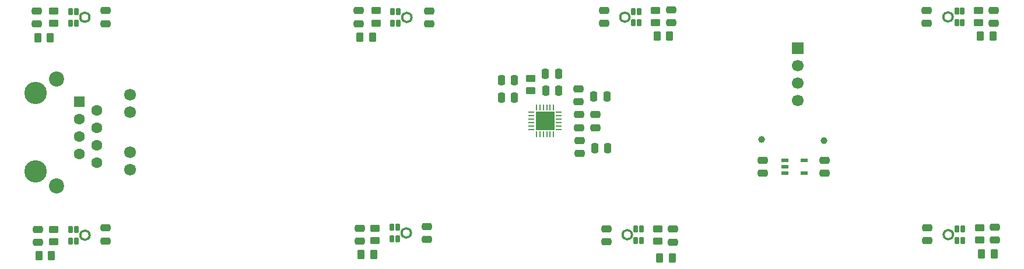
<source format=gbr>
%TF.GenerationSoftware,KiCad,Pcbnew,9.0.6*%
%TF.CreationDate,2026-01-10T21:11:38+01:00*%
%TF.ProjectId,_autosave-sisterboard_A,5f617574-6f73-4617-9665-2d7369737465,1.0*%
%TF.SameCoordinates,Original*%
%TF.FileFunction,Soldermask,Top*%
%TF.FilePolarity,Negative*%
%FSLAX46Y46*%
G04 Gerber Fmt 4.6, Leading zero omitted, Abs format (unit mm)*
G04 Created by KiCad (PCBNEW 9.0.6) date 2026-01-10 21:11:38*
%MOMM*%
%LPD*%
G01*
G04 APERTURE LIST*
G04 Aperture macros list*
%AMRoundRect*
0 Rectangle with rounded corners*
0 $1 Rounding radius*
0 $2 $3 $4 $5 $6 $7 $8 $9 X,Y pos of 4 corners*
0 Add a 4 corners polygon primitive as box body*
4,1,4,$2,$3,$4,$5,$6,$7,$8,$9,$2,$3,0*
0 Add four circle primitives for the rounded corners*
1,1,$1+$1,$2,$3*
1,1,$1+$1,$4,$5*
1,1,$1+$1,$6,$7*
1,1,$1+$1,$8,$9*
0 Add four rect primitives between the rounded corners*
20,1,$1+$1,$2,$3,$4,$5,0*
20,1,$1+$1,$4,$5,$6,$7,0*
20,1,$1+$1,$6,$7,$8,$9,0*
20,1,$1+$1,$8,$9,$2,$3,0*%
G04 Aperture macros list end*
%ADD10C,0.370000*%
%ADD11RoundRect,0.250000X0.250000X0.475000X-0.250000X0.475000X-0.250000X-0.475000X0.250000X-0.475000X0*%
%ADD12RoundRect,0.250000X-0.450000X0.262500X-0.450000X-0.262500X0.450000X-0.262500X0.450000X0.262500X0*%
%ADD13RoundRect,0.250000X-0.250000X-0.475000X0.250000X-0.475000X0.250000X0.475000X-0.250000X0.475000X0*%
%ADD14R,2.794000X2.794000*%
%ADD15R,0.807999X0.254800*%
%ADD16R,0.254800X0.807999*%
%ADD17RoundRect,0.250000X0.262500X0.450000X-0.262500X0.450000X-0.262500X-0.450000X0.262500X-0.450000X0*%
%ADD18RoundRect,0.250000X0.450000X-0.262500X0.450000X0.262500X-0.450000X0.262500X-0.450000X-0.262500X0*%
%ADD19RoundRect,0.250000X0.475000X-0.250000X0.475000X0.250000X-0.475000X0.250000X-0.475000X-0.250000X0*%
%ADD20RoundRect,0.250000X-0.475000X0.250000X-0.475000X-0.250000X0.475000X-0.250000X0.475000X0.250000X0*%
%ADD21RoundRect,0.101600X0.270000X0.375000X-0.270000X0.375000X-0.270000X-0.375000X0.270000X-0.375000X0*%
%ADD22RoundRect,0.250000X-0.262500X-0.450000X0.262500X-0.450000X0.262500X0.450000X-0.262500X0.450000X0*%
%ADD23C,2.200000*%
%ADD24C,1.720000*%
%ADD25C,1.600000*%
%ADD26RoundRect,0.250000X-0.550000X0.550000X-0.550000X-0.550000X0.550000X-0.550000X0.550000X0.550000X0*%
%ADD27C,3.260000*%
%ADD28RoundRect,0.101600X-0.270000X-0.375000X0.270000X-0.375000X0.270000X0.375000X-0.270000X0.375000X0*%
%ADD29C,1.700000*%
%ADD30R,1.700000X1.700000*%
%ADD31R,1.000001X0.599999*%
%ADD32C,1.000000*%
G04 APERTURE END LIST*
D10*
%TO.C,U9*%
X211690500Y-111625000D02*
G75*
G02*
X210335500Y-111625000I-677500J0D01*
G01*
X210335500Y-111625000D02*
G75*
G02*
X211690500Y-111625000I677500J0D01*
G01*
X211690500Y-111625000D02*
G75*
G02*
X210335500Y-111625000I-677500J0D01*
G01*
X210335500Y-111625000D02*
G75*
G02*
X211690500Y-111625000I677500J0D01*
G01*
%TO.C,U8*%
X165078500Y-111638000D02*
G75*
G02*
X163723500Y-111638000I-677500J0D01*
G01*
X163723500Y-111638000D02*
G75*
G02*
X165078500Y-111638000I677500J0D01*
G01*
X165078500Y-111638000D02*
G75*
G02*
X163723500Y-111638000I-677500J0D01*
G01*
X163723500Y-111638000D02*
G75*
G02*
X165078500Y-111638000I677500J0D01*
G01*
%TO.C,U5*%
X133079500Y-79975000D02*
G75*
G02*
X131724500Y-79975000I-677500J0D01*
G01*
X131724500Y-79975000D02*
G75*
G02*
X133079500Y-79975000I677500J0D01*
G01*
X133079500Y-79975000D02*
G75*
G02*
X131724500Y-79975000I-677500J0D01*
G01*
X131724500Y-79975000D02*
G75*
G02*
X133079500Y-79975000I677500J0D01*
G01*
%TO.C,U2*%
X132993000Y-111381000D02*
G75*
G02*
X131638000Y-111381000I-677500J0D01*
G01*
X131638000Y-111381000D02*
G75*
G02*
X132993000Y-111381000I677500J0D01*
G01*
X132993000Y-111381000D02*
G75*
G02*
X131638000Y-111381000I-677500J0D01*
G01*
X131638000Y-111381000D02*
G75*
G02*
X132993000Y-111381000I677500J0D01*
G01*
%TO.C,U3*%
X86343000Y-111706000D02*
G75*
G02*
X84988000Y-111706000I-677500J0D01*
G01*
X84988000Y-111706000D02*
G75*
G02*
X86343000Y-111706000I677500J0D01*
G01*
X86343000Y-111706000D02*
G75*
G02*
X84988000Y-111706000I-677500J0D01*
G01*
X84988000Y-111706000D02*
G75*
G02*
X86343000Y-111706000I677500J0D01*
G01*
%TO.C,U7*%
X211649500Y-79901000D02*
G75*
G02*
X210294500Y-79901000I-677500J0D01*
G01*
X210294500Y-79901000D02*
G75*
G02*
X211649500Y-79901000I677500J0D01*
G01*
X211649500Y-79901000D02*
G75*
G02*
X210294500Y-79901000I-677500J0D01*
G01*
X210294500Y-79901000D02*
G75*
G02*
X211649500Y-79901000I677500J0D01*
G01*
%TO.C,U4*%
X86327500Y-79949000D02*
G75*
G02*
X84972500Y-79949000I-677500J0D01*
G01*
X84972500Y-79949000D02*
G75*
G02*
X86327500Y-79949000I677500J0D01*
G01*
X86327500Y-79949000D02*
G75*
G02*
X84972500Y-79949000I-677500J0D01*
G01*
X84972500Y-79949000D02*
G75*
G02*
X86327500Y-79949000I677500J0D01*
G01*
%TO.C,U6*%
X164728500Y-79937000D02*
G75*
G02*
X163373500Y-79937000I-677500J0D01*
G01*
X163373500Y-79937000D02*
G75*
G02*
X164728500Y-79937000I677500J0D01*
G01*
X164728500Y-79937000D02*
G75*
G02*
X163373500Y-79937000I-677500J0D01*
G01*
X163373500Y-79937000D02*
G75*
G02*
X164728500Y-79937000I677500J0D01*
G01*
%TD*%
D11*
%TO.C,C10*%
X152500000Y-88200000D03*
X154400000Y-88200000D03*
%TD*%
D12*
%TO.C,R1*%
X150375000Y-90675000D03*
X150375000Y-88850000D03*
%TD*%
D13*
%TO.C,C8*%
X148025000Y-89075000D03*
X146125000Y-89075000D03*
%TD*%
%TO.C,C9*%
X154450000Y-90600000D03*
X152550000Y-90600000D03*
%TD*%
D11*
%TO.C,C7*%
X146100000Y-91650000D03*
X148000000Y-91650000D03*
%TD*%
D14*
%TO.C,U1*%
X152455000Y-95045200D03*
D15*
X150488900Y-96295515D03*
X150488900Y-95795389D03*
X150488900Y-95295263D03*
X150488900Y-94795137D03*
X150488900Y-94295011D03*
X150488900Y-93794885D03*
D16*
X151204685Y-93079100D03*
X151704811Y-93079100D03*
X152204937Y-93079100D03*
X152705063Y-93079100D03*
X153205189Y-93079100D03*
X153705315Y-93079100D03*
D15*
X154421100Y-93794885D03*
X154421100Y-94295011D03*
X154421100Y-94795137D03*
X154421100Y-95295263D03*
X154421100Y-95795389D03*
X154421100Y-96295515D03*
D16*
X153705315Y-97011300D03*
X153205189Y-97011300D03*
X152705063Y-97011300D03*
X152204937Y-97011300D03*
X151704811Y-97011300D03*
X151204685Y-97011300D03*
%TD*%
D17*
%TO.C,R17*%
X215850000Y-114450000D03*
X217675000Y-114450000D03*
%TD*%
D18*
%TO.C,R15*%
X215537000Y-110612000D03*
X215537000Y-112437000D03*
%TD*%
D19*
%TO.C,C26*%
X217787000Y-110537000D03*
X217787000Y-112437000D03*
%TD*%
D20*
%TO.C,C24*%
X207962000Y-112512000D03*
X207962000Y-110612000D03*
%TD*%
D21*
%TO.C,U9*%
X213087000Y-112463000D03*
X212265000Y-112463000D03*
X212265000Y-110787000D03*
X213087000Y-110787000D03*
%TD*%
D20*
%TO.C,C2*%
X157350000Y-90375000D03*
X157350000Y-92275000D03*
%TD*%
D13*
%TO.C,C1*%
X159525000Y-91450000D03*
X161425000Y-91450000D03*
%TD*%
D19*
%TO.C,C4*%
X157430000Y-96045200D03*
X157430000Y-94145200D03*
%TD*%
D11*
%TO.C,C5*%
X161580000Y-99020200D03*
X159680000Y-99020200D03*
%TD*%
D20*
%TO.C,C6*%
X157455000Y-97920200D03*
X157455000Y-99820200D03*
%TD*%
D19*
%TO.C,C3*%
X159800000Y-96025000D03*
X159800000Y-94125000D03*
%TD*%
D18*
%TO.C,R14*%
X168825000Y-110763500D03*
X168825000Y-112588500D03*
%TD*%
D21*
%TO.C,U8*%
X166475000Y-112476000D03*
X165653000Y-112476000D03*
X165653000Y-110800000D03*
X166475000Y-110800000D03*
%TD*%
D20*
%TO.C,C18*%
X125402000Y-80875000D03*
X125402000Y-78975000D03*
%TD*%
D19*
%TO.C,C25*%
X171075000Y-110801000D03*
X171075000Y-112701000D03*
%TD*%
D22*
%TO.C,R16*%
X170912500Y-115000000D03*
X169087500Y-115000000D03*
%TD*%
D23*
%TO.C,J1*%
X81550000Y-104510000D03*
X81550000Y-88920000D03*
D24*
X92220000Y-102175000D03*
X92220000Y-99635000D03*
X92220000Y-93795000D03*
X92220000Y-91255000D03*
D25*
X87390000Y-101160000D03*
X84850000Y-99890000D03*
X87390000Y-98620000D03*
X84850000Y-97350000D03*
X87390000Y-96080000D03*
X84850000Y-94810000D03*
X87390000Y-93540000D03*
D26*
X84850000Y-92270000D03*
D27*
X78500000Y-102430000D03*
X78500000Y-91000000D03*
%TD*%
D22*
%TO.C,R9*%
X127402000Y-82813000D03*
X125577000Y-82813000D03*
%TD*%
D28*
%TO.C,U5*%
X130328000Y-79137000D03*
X131150000Y-79137000D03*
X131150000Y-80813000D03*
X130328000Y-80813000D03*
%TD*%
D29*
%TO.C,J2*%
X189150000Y-92095000D03*
X189150000Y-89555000D03*
X189150000Y-87015000D03*
D30*
X189150000Y-84475000D03*
%TD*%
D12*
%TO.C,R7*%
X127902000Y-80800000D03*
X127902000Y-78975000D03*
%TD*%
D19*
%TO.C,C23*%
X161350000Y-110751000D03*
X161350000Y-112651000D03*
%TD*%
D20*
%TO.C,C16*%
X135650000Y-80925000D03*
X135650000Y-79025000D03*
%TD*%
D28*
%TO.C,U2*%
X130241500Y-112219000D03*
X131063500Y-112219000D03*
X131063500Y-110543000D03*
X130241500Y-110543000D03*
%TD*%
D19*
%TO.C,C20*%
X207900000Y-80850000D03*
X207900000Y-78950000D03*
%TD*%
D20*
%TO.C,C12*%
X135265500Y-110456000D03*
X135265500Y-112356000D03*
%TD*%
D17*
%TO.C,R12*%
X170565500Y-82699000D03*
X168740500Y-82699000D03*
%TD*%
D22*
%TO.C,R13*%
X215662500Y-82700000D03*
X217487500Y-82700000D03*
%TD*%
D20*
%TO.C,C22*%
X217625000Y-78925000D03*
X217625000Y-80825000D03*
%TD*%
D18*
%TO.C,R3*%
X127790500Y-112518500D03*
X127790500Y-110693500D03*
%TD*%
D31*
%TO.C,U10*%
X187299999Y-100796999D03*
X187299999Y-101747000D03*
X187299999Y-102696998D03*
X190049999Y-102696998D03*
X190049999Y-100796999D03*
%TD*%
D22*
%TO.C,R4*%
X78978500Y-114656000D03*
X80803500Y-114656000D03*
%TD*%
D20*
%TO.C,C21*%
X170803000Y-78874000D03*
X170803000Y-80774000D03*
%TD*%
D19*
%TO.C,C17*%
X78650000Y-80925000D03*
X78650000Y-79025000D03*
%TD*%
D20*
%TO.C,C28*%
X193050000Y-100797000D03*
X193050000Y-102697000D03*
%TD*%
D18*
%TO.C,R10*%
X168478000Y-80749000D03*
X168478000Y-78924000D03*
%TD*%
D20*
%TO.C,C19*%
X161028000Y-78924000D03*
X161028000Y-80824000D03*
%TD*%
%TO.C,C13*%
X78853500Y-110856000D03*
X78853500Y-112756000D03*
%TD*%
D19*
%TO.C,C11*%
X88678500Y-112556000D03*
X88678500Y-110656000D03*
%TD*%
D20*
%TO.C,C15*%
X88650000Y-78975000D03*
X88650000Y-80875000D03*
%TD*%
D28*
%TO.C,U3*%
X83591500Y-112544000D03*
X84413500Y-112544000D03*
X84413500Y-110868000D03*
X83591500Y-110868000D03*
%TD*%
D21*
%TO.C,U7*%
X213046000Y-79063000D03*
X212224000Y-79063000D03*
X212224000Y-80739000D03*
X213046000Y-80739000D03*
%TD*%
D18*
%TO.C,R11*%
X215400000Y-80762500D03*
X215400000Y-78937500D03*
%TD*%
D20*
%TO.C,C14*%
X125565500Y-110681000D03*
X125565500Y-112581000D03*
%TD*%
D28*
%TO.C,U4*%
X83576000Y-80787000D03*
X84398000Y-80787000D03*
X84398000Y-79111000D03*
X83576000Y-79111000D03*
%TD*%
D12*
%TO.C,R6*%
X81150000Y-79025000D03*
X81150000Y-80850000D03*
%TD*%
D18*
%TO.C,R2*%
X81078500Y-112681000D03*
X81078500Y-110856000D03*
%TD*%
D21*
%TO.C,U6*%
X166125000Y-79099000D03*
X165303000Y-79099000D03*
X165303000Y-80775000D03*
X166125000Y-80775000D03*
%TD*%
D32*
%TO.C,TP2*%
X193000000Y-97897000D03*
%TD*%
%TO.C,TP1*%
X183925000Y-97775000D03*
%TD*%
D22*
%TO.C,R8*%
X78825000Y-82975000D03*
X80650000Y-82975000D03*
%TD*%
D17*
%TO.C,R5*%
X127590500Y-114481000D03*
X125765500Y-114481000D03*
%TD*%
D19*
%TO.C,C27*%
X184050000Y-102697000D03*
X184050000Y-100797000D03*
%TD*%
M02*

</source>
